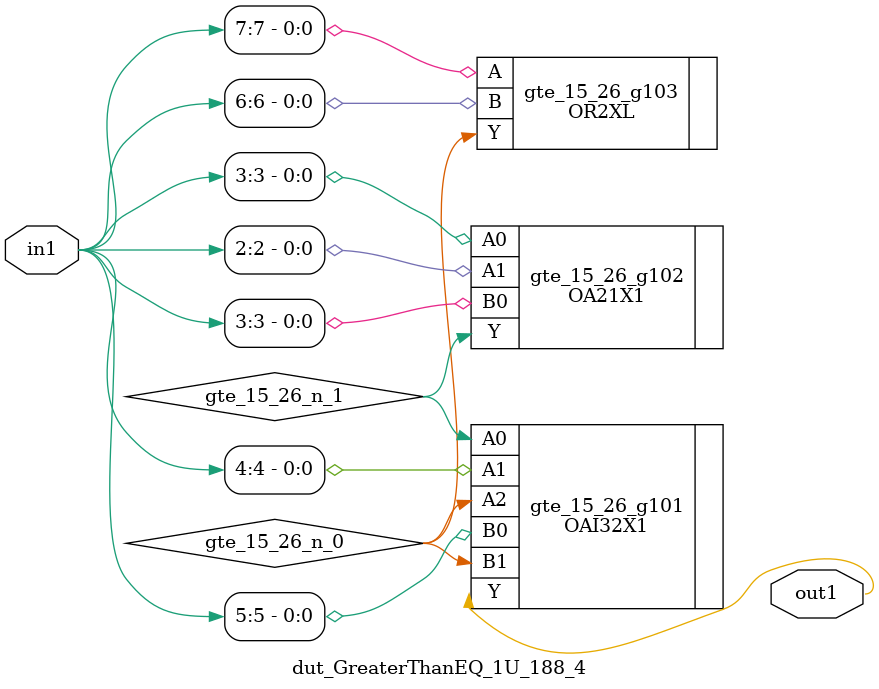
<source format=v>
`timescale 1ps / 1ps


module dut_GreaterThanEQ_1U_188_4(in1, out1);
  input [7:0] in1;
  output out1;
  wire [7:0] in1;
  wire out1;
  wire gte_15_26_n_0, gte_15_26_n_1;
  OAI32X1 gte_15_26_g101(.A0 (gte_15_26_n_1), .A1 (in1[4]), .A2
       (gte_15_26_n_0), .B0 (in1[5]), .B1 (gte_15_26_n_0), .Y (out1));
  OA21X1 gte_15_26_g102(.A0 (in1[3]), .A1 (in1[2]), .B0 (in1[3]), .Y
       (gte_15_26_n_1));
  OR2XL gte_15_26_g103(.A (in1[7]), .B (in1[6]), .Y (gte_15_26_n_0));
endmodule



</source>
